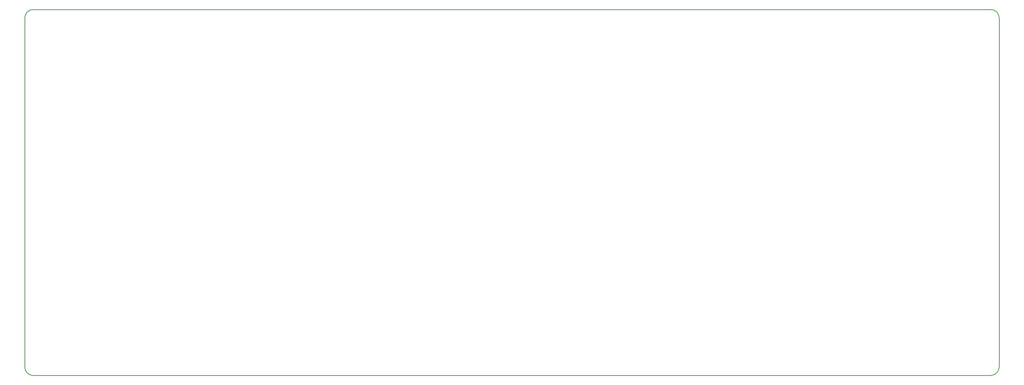
<source format=gm1>
G04*
G04 #@! TF.GenerationSoftware,Altium Limited,Altium Designer,25.6.2 (33)*
G04*
G04 Layer_Color=16711935*
%FSLAX44Y44*%
%MOMM*%
G71*
G04*
G04 #@! TF.SameCoordinates,3C9A698F-005A-40D8-82CE-305BC150BA5A*
G04*
G04*
G04 #@! TF.FilePolarity,Positive*
G04*
G01*
G75*
%ADD10C,0.2540*%
D10*
X140000Y1460000D02*
G03*
X110000Y1430000I0J-30000D01*
G01*
Y200000D02*
G03*
X140000Y170000I30000J0D01*
G01*
X3509351D02*
G03*
X3540000Y200649I0J30649D01*
G01*
Y1430000D02*
G03*
X3510000Y1460000I-30000J-0D01*
G01*
X110000Y200000D02*
Y1430000D01*
X140000Y1460000D02*
X3510000D01*
X140000Y170000D02*
X3509351D01*
X3540000Y200649D02*
Y1430000D01*
X3540000Y1430000D02*
X3540000D01*
X3540000D02*
X3540000D01*
M02*

</source>
